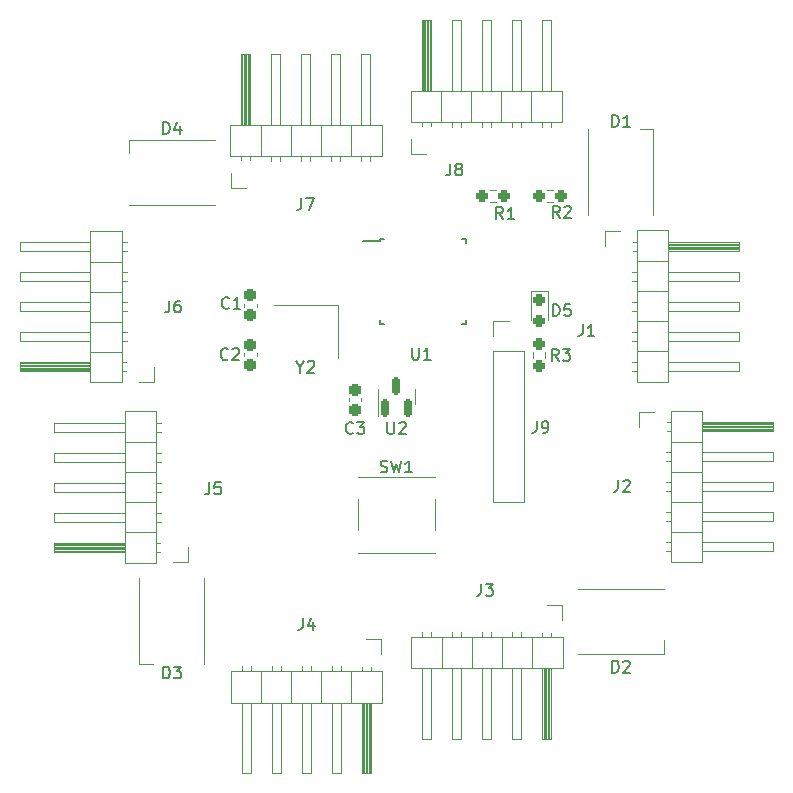
<source format=gto>
G04 #@! TF.GenerationSoftware,KiCad,Pcbnew,7.0.2-6a45011f42~172~ubuntu22.04.1*
G04 #@! TF.CreationDate,2023-05-08T10:08:59-04:00*
G04 #@! TF.ProjectId,v2,76322e6b-6963-4616-945f-706362585858,rev?*
G04 #@! TF.SameCoordinates,Original*
G04 #@! TF.FileFunction,Legend,Top*
G04 #@! TF.FilePolarity,Positive*
%FSLAX46Y46*%
G04 Gerber Fmt 4.6, Leading zero omitted, Abs format (unit mm)*
G04 Created by KiCad (PCBNEW 7.0.2-6a45011f42~172~ubuntu22.04.1) date 2023-05-08 10:08:59*
%MOMM*%
%LPD*%
G01*
G04 APERTURE LIST*
G04 Aperture macros list*
%AMRoundRect*
0 Rectangle with rounded corners*
0 $1 Rounding radius*
0 $2 $3 $4 $5 $6 $7 $8 $9 X,Y pos of 4 corners*
0 Add a 4 corners polygon primitive as box body*
4,1,4,$2,$3,$4,$5,$6,$7,$8,$9,$2,$3,0*
0 Add four circle primitives for the rounded corners*
1,1,$1+$1,$2,$3*
1,1,$1+$1,$4,$5*
1,1,$1+$1,$6,$7*
1,1,$1+$1,$8,$9*
0 Add four rect primitives between the rounded corners*
20,1,$1+$1,$2,$3,$4,$5,0*
20,1,$1+$1,$4,$5,$6,$7,0*
20,1,$1+$1,$6,$7,$8,$9,0*
20,1,$1+$1,$8,$9,$2,$3,0*%
G04 Aperture macros list end*
%ADD10C,0.150000*%
%ADD11C,0.120000*%
%ADD12RoundRect,0.237500X0.237500X-0.250000X0.237500X0.250000X-0.237500X0.250000X-0.237500X-0.250000X0*%
%ADD13RoundRect,0.237500X-0.237500X0.287500X-0.237500X-0.287500X0.237500X-0.287500X0.237500X0.287500X0*%
%ADD14RoundRect,0.237500X0.237500X-0.300000X0.237500X0.300000X-0.237500X0.300000X-0.237500X-0.300000X0*%
%ADD15RoundRect,0.150000X0.150000X-0.587500X0.150000X0.587500X-0.150000X0.587500X-0.150000X-0.587500X0*%
%ADD16R,1.550000X1.300000*%
%ADD17R,2.100000X1.800000*%
%ADD18R,1.500000X1.000000*%
%ADD19RoundRect,0.237500X-0.250000X-0.237500X0.250000X-0.237500X0.250000X0.237500X-0.250000X0.237500X0*%
%ADD20O,1.700000X1.700000*%
%ADD21R,1.700000X1.700000*%
%ADD22R,1.600000X0.550000*%
%ADD23R,0.550000X1.600000*%
%ADD24R,1.000000X1.500000*%
%ADD25RoundRect,0.237500X-0.237500X0.300000X-0.237500X-0.300000X0.237500X-0.300000X0.237500X0.300000X0*%
G04 APERTURE END LIST*
D10*
X113733333Y-96962619D02*
X113400000Y-96486428D01*
X113161905Y-96962619D02*
X113161905Y-95962619D01*
X113161905Y-95962619D02*
X113542857Y-95962619D01*
X113542857Y-95962619D02*
X113638095Y-96010238D01*
X113638095Y-96010238D02*
X113685714Y-96057857D01*
X113685714Y-96057857D02*
X113733333Y-96153095D01*
X113733333Y-96153095D02*
X113733333Y-96295952D01*
X113733333Y-96295952D02*
X113685714Y-96391190D01*
X113685714Y-96391190D02*
X113638095Y-96438809D01*
X113638095Y-96438809D02*
X113542857Y-96486428D01*
X113542857Y-96486428D02*
X113161905Y-96486428D01*
X114066667Y-95962619D02*
X114685714Y-95962619D01*
X114685714Y-95962619D02*
X114352381Y-96343571D01*
X114352381Y-96343571D02*
X114495238Y-96343571D01*
X114495238Y-96343571D02*
X114590476Y-96391190D01*
X114590476Y-96391190D02*
X114638095Y-96438809D01*
X114638095Y-96438809D02*
X114685714Y-96534047D01*
X114685714Y-96534047D02*
X114685714Y-96772142D01*
X114685714Y-96772142D02*
X114638095Y-96867380D01*
X114638095Y-96867380D02*
X114590476Y-96915000D01*
X114590476Y-96915000D02*
X114495238Y-96962619D01*
X114495238Y-96962619D02*
X114209524Y-96962619D01*
X114209524Y-96962619D02*
X114114286Y-96915000D01*
X114114286Y-96915000D02*
X114066667Y-96867380D01*
X113261905Y-93162619D02*
X113261905Y-92162619D01*
X113261905Y-92162619D02*
X113500000Y-92162619D01*
X113500000Y-92162619D02*
X113642857Y-92210238D01*
X113642857Y-92210238D02*
X113738095Y-92305476D01*
X113738095Y-92305476D02*
X113785714Y-92400714D01*
X113785714Y-92400714D02*
X113833333Y-92591190D01*
X113833333Y-92591190D02*
X113833333Y-92734047D01*
X113833333Y-92734047D02*
X113785714Y-92924523D01*
X113785714Y-92924523D02*
X113738095Y-93019761D01*
X113738095Y-93019761D02*
X113642857Y-93115000D01*
X113642857Y-93115000D02*
X113500000Y-93162619D01*
X113500000Y-93162619D02*
X113261905Y-93162619D01*
X114738095Y-92162619D02*
X114261905Y-92162619D01*
X114261905Y-92162619D02*
X114214286Y-92638809D01*
X114214286Y-92638809D02*
X114261905Y-92591190D01*
X114261905Y-92591190D02*
X114357143Y-92543571D01*
X114357143Y-92543571D02*
X114595238Y-92543571D01*
X114595238Y-92543571D02*
X114690476Y-92591190D01*
X114690476Y-92591190D02*
X114738095Y-92638809D01*
X114738095Y-92638809D02*
X114785714Y-92734047D01*
X114785714Y-92734047D02*
X114785714Y-92972142D01*
X114785714Y-92972142D02*
X114738095Y-93067380D01*
X114738095Y-93067380D02*
X114690476Y-93115000D01*
X114690476Y-93115000D02*
X114595238Y-93162619D01*
X114595238Y-93162619D02*
X114357143Y-93162619D01*
X114357143Y-93162619D02*
X114261905Y-93115000D01*
X114261905Y-93115000D02*
X114214286Y-93067380D01*
X96333333Y-103067380D02*
X96285714Y-103115000D01*
X96285714Y-103115000D02*
X96142857Y-103162619D01*
X96142857Y-103162619D02*
X96047619Y-103162619D01*
X96047619Y-103162619D02*
X95904762Y-103115000D01*
X95904762Y-103115000D02*
X95809524Y-103019761D01*
X95809524Y-103019761D02*
X95761905Y-102924523D01*
X95761905Y-102924523D02*
X95714286Y-102734047D01*
X95714286Y-102734047D02*
X95714286Y-102591190D01*
X95714286Y-102591190D02*
X95761905Y-102400714D01*
X95761905Y-102400714D02*
X95809524Y-102305476D01*
X95809524Y-102305476D02*
X95904762Y-102210238D01*
X95904762Y-102210238D02*
X96047619Y-102162619D01*
X96047619Y-102162619D02*
X96142857Y-102162619D01*
X96142857Y-102162619D02*
X96285714Y-102210238D01*
X96285714Y-102210238D02*
X96333333Y-102257857D01*
X96666667Y-102162619D02*
X97285714Y-102162619D01*
X97285714Y-102162619D02*
X96952381Y-102543571D01*
X96952381Y-102543571D02*
X97095238Y-102543571D01*
X97095238Y-102543571D02*
X97190476Y-102591190D01*
X97190476Y-102591190D02*
X97238095Y-102638809D01*
X97238095Y-102638809D02*
X97285714Y-102734047D01*
X97285714Y-102734047D02*
X97285714Y-102972142D01*
X97285714Y-102972142D02*
X97238095Y-103067380D01*
X97238095Y-103067380D02*
X97190476Y-103115000D01*
X97190476Y-103115000D02*
X97095238Y-103162619D01*
X97095238Y-103162619D02*
X96809524Y-103162619D01*
X96809524Y-103162619D02*
X96714286Y-103115000D01*
X96714286Y-103115000D02*
X96666667Y-103067380D01*
X99238095Y-102162619D02*
X99238095Y-102972142D01*
X99238095Y-102972142D02*
X99285714Y-103067380D01*
X99285714Y-103067380D02*
X99333333Y-103115000D01*
X99333333Y-103115000D02*
X99428571Y-103162619D01*
X99428571Y-103162619D02*
X99619047Y-103162619D01*
X99619047Y-103162619D02*
X99714285Y-103115000D01*
X99714285Y-103115000D02*
X99761904Y-103067380D01*
X99761904Y-103067380D02*
X99809523Y-102972142D01*
X99809523Y-102972142D02*
X99809523Y-102162619D01*
X100238095Y-102257857D02*
X100285714Y-102210238D01*
X100285714Y-102210238D02*
X100380952Y-102162619D01*
X100380952Y-102162619D02*
X100619047Y-102162619D01*
X100619047Y-102162619D02*
X100714285Y-102210238D01*
X100714285Y-102210238D02*
X100761904Y-102257857D01*
X100761904Y-102257857D02*
X100809523Y-102353095D01*
X100809523Y-102353095D02*
X100809523Y-102448333D01*
X100809523Y-102448333D02*
X100761904Y-102591190D01*
X100761904Y-102591190D02*
X100190476Y-103162619D01*
X100190476Y-103162619D02*
X100809523Y-103162619D01*
X98666667Y-106365000D02*
X98809524Y-106412619D01*
X98809524Y-106412619D02*
X99047619Y-106412619D01*
X99047619Y-106412619D02*
X99142857Y-106365000D01*
X99142857Y-106365000D02*
X99190476Y-106317380D01*
X99190476Y-106317380D02*
X99238095Y-106222142D01*
X99238095Y-106222142D02*
X99238095Y-106126904D01*
X99238095Y-106126904D02*
X99190476Y-106031666D01*
X99190476Y-106031666D02*
X99142857Y-105984047D01*
X99142857Y-105984047D02*
X99047619Y-105936428D01*
X99047619Y-105936428D02*
X98857143Y-105888809D01*
X98857143Y-105888809D02*
X98761905Y-105841190D01*
X98761905Y-105841190D02*
X98714286Y-105793571D01*
X98714286Y-105793571D02*
X98666667Y-105698333D01*
X98666667Y-105698333D02*
X98666667Y-105603095D01*
X98666667Y-105603095D02*
X98714286Y-105507857D01*
X98714286Y-105507857D02*
X98761905Y-105460238D01*
X98761905Y-105460238D02*
X98857143Y-105412619D01*
X98857143Y-105412619D02*
X99095238Y-105412619D01*
X99095238Y-105412619D02*
X99238095Y-105460238D01*
X99571429Y-105412619D02*
X99809524Y-106412619D01*
X99809524Y-106412619D02*
X100000000Y-105698333D01*
X100000000Y-105698333D02*
X100190476Y-106412619D01*
X100190476Y-106412619D02*
X100428572Y-105412619D01*
X101333333Y-106412619D02*
X100761905Y-106412619D01*
X101047619Y-106412619D02*
X101047619Y-105412619D01*
X101047619Y-105412619D02*
X100952381Y-105555476D01*
X100952381Y-105555476D02*
X100857143Y-105650714D01*
X100857143Y-105650714D02*
X100761905Y-105698333D01*
X91873809Y-97486428D02*
X91873809Y-97962619D01*
X91540476Y-96962619D02*
X91873809Y-97486428D01*
X91873809Y-97486428D02*
X92207142Y-96962619D01*
X92492857Y-97057857D02*
X92540476Y-97010238D01*
X92540476Y-97010238D02*
X92635714Y-96962619D01*
X92635714Y-96962619D02*
X92873809Y-96962619D01*
X92873809Y-96962619D02*
X92969047Y-97010238D01*
X92969047Y-97010238D02*
X93016666Y-97057857D01*
X93016666Y-97057857D02*
X93064285Y-97153095D01*
X93064285Y-97153095D02*
X93064285Y-97248333D01*
X93064285Y-97248333D02*
X93016666Y-97391190D01*
X93016666Y-97391190D02*
X92445238Y-97962619D01*
X92445238Y-97962619D02*
X93064285Y-97962619D01*
X80261905Y-77762619D02*
X80261905Y-76762619D01*
X80261905Y-76762619D02*
X80500000Y-76762619D01*
X80500000Y-76762619D02*
X80642857Y-76810238D01*
X80642857Y-76810238D02*
X80738095Y-76905476D01*
X80738095Y-76905476D02*
X80785714Y-77000714D01*
X80785714Y-77000714D02*
X80833333Y-77191190D01*
X80833333Y-77191190D02*
X80833333Y-77334047D01*
X80833333Y-77334047D02*
X80785714Y-77524523D01*
X80785714Y-77524523D02*
X80738095Y-77619761D01*
X80738095Y-77619761D02*
X80642857Y-77715000D01*
X80642857Y-77715000D02*
X80500000Y-77762619D01*
X80500000Y-77762619D02*
X80261905Y-77762619D01*
X81690476Y-77095952D02*
X81690476Y-77762619D01*
X81452381Y-76715000D02*
X81214286Y-77429285D01*
X81214286Y-77429285D02*
X81833333Y-77429285D01*
X109033333Y-84962619D02*
X108700000Y-84486428D01*
X108461905Y-84962619D02*
X108461905Y-83962619D01*
X108461905Y-83962619D02*
X108842857Y-83962619D01*
X108842857Y-83962619D02*
X108938095Y-84010238D01*
X108938095Y-84010238D02*
X108985714Y-84057857D01*
X108985714Y-84057857D02*
X109033333Y-84153095D01*
X109033333Y-84153095D02*
X109033333Y-84295952D01*
X109033333Y-84295952D02*
X108985714Y-84391190D01*
X108985714Y-84391190D02*
X108938095Y-84438809D01*
X108938095Y-84438809D02*
X108842857Y-84486428D01*
X108842857Y-84486428D02*
X108461905Y-84486428D01*
X109985714Y-84962619D02*
X109414286Y-84962619D01*
X109700000Y-84962619D02*
X109700000Y-83962619D01*
X109700000Y-83962619D02*
X109604762Y-84105476D01*
X109604762Y-84105476D02*
X109509524Y-84200714D01*
X109509524Y-84200714D02*
X109414286Y-84248333D01*
X92066666Y-118762619D02*
X92066666Y-119476904D01*
X92066666Y-119476904D02*
X92019047Y-119619761D01*
X92019047Y-119619761D02*
X91923809Y-119715000D01*
X91923809Y-119715000D02*
X91780952Y-119762619D01*
X91780952Y-119762619D02*
X91685714Y-119762619D01*
X92971428Y-119095952D02*
X92971428Y-119762619D01*
X92733333Y-118715000D02*
X92495238Y-119429285D01*
X92495238Y-119429285D02*
X93114285Y-119429285D01*
X101338095Y-95862619D02*
X101338095Y-96672142D01*
X101338095Y-96672142D02*
X101385714Y-96767380D01*
X101385714Y-96767380D02*
X101433333Y-96815000D01*
X101433333Y-96815000D02*
X101528571Y-96862619D01*
X101528571Y-96862619D02*
X101719047Y-96862619D01*
X101719047Y-96862619D02*
X101814285Y-96815000D01*
X101814285Y-96815000D02*
X101861904Y-96767380D01*
X101861904Y-96767380D02*
X101909523Y-96672142D01*
X101909523Y-96672142D02*
X101909523Y-95862619D01*
X102909523Y-96862619D02*
X102338095Y-96862619D01*
X102623809Y-96862619D02*
X102623809Y-95862619D01*
X102623809Y-95862619D02*
X102528571Y-96005476D01*
X102528571Y-96005476D02*
X102433333Y-96100714D01*
X102433333Y-96100714D02*
X102338095Y-96148333D01*
X111866666Y-102062619D02*
X111866666Y-102776904D01*
X111866666Y-102776904D02*
X111819047Y-102919761D01*
X111819047Y-102919761D02*
X111723809Y-103015000D01*
X111723809Y-103015000D02*
X111580952Y-103062619D01*
X111580952Y-103062619D02*
X111485714Y-103062619D01*
X112390476Y-103062619D02*
X112580952Y-103062619D01*
X112580952Y-103062619D02*
X112676190Y-103015000D01*
X112676190Y-103015000D02*
X112723809Y-102967380D01*
X112723809Y-102967380D02*
X112819047Y-102824523D01*
X112819047Y-102824523D02*
X112866666Y-102634047D01*
X112866666Y-102634047D02*
X112866666Y-102253095D01*
X112866666Y-102253095D02*
X112819047Y-102157857D01*
X112819047Y-102157857D02*
X112771428Y-102110238D01*
X112771428Y-102110238D02*
X112676190Y-102062619D01*
X112676190Y-102062619D02*
X112485714Y-102062619D01*
X112485714Y-102062619D02*
X112390476Y-102110238D01*
X112390476Y-102110238D02*
X112342857Y-102157857D01*
X112342857Y-102157857D02*
X112295238Y-102253095D01*
X112295238Y-102253095D02*
X112295238Y-102491190D01*
X112295238Y-102491190D02*
X112342857Y-102586428D01*
X112342857Y-102586428D02*
X112390476Y-102634047D01*
X112390476Y-102634047D02*
X112485714Y-102681666D01*
X112485714Y-102681666D02*
X112676190Y-102681666D01*
X112676190Y-102681666D02*
X112771428Y-102634047D01*
X112771428Y-102634047D02*
X112819047Y-102586428D01*
X112819047Y-102586428D02*
X112866666Y-102491190D01*
X118261905Y-77162619D02*
X118261905Y-76162619D01*
X118261905Y-76162619D02*
X118500000Y-76162619D01*
X118500000Y-76162619D02*
X118642857Y-76210238D01*
X118642857Y-76210238D02*
X118738095Y-76305476D01*
X118738095Y-76305476D02*
X118785714Y-76400714D01*
X118785714Y-76400714D02*
X118833333Y-76591190D01*
X118833333Y-76591190D02*
X118833333Y-76734047D01*
X118833333Y-76734047D02*
X118785714Y-76924523D01*
X118785714Y-76924523D02*
X118738095Y-77019761D01*
X118738095Y-77019761D02*
X118642857Y-77115000D01*
X118642857Y-77115000D02*
X118500000Y-77162619D01*
X118500000Y-77162619D02*
X118261905Y-77162619D01*
X119785714Y-77162619D02*
X119214286Y-77162619D01*
X119500000Y-77162619D02*
X119500000Y-76162619D01*
X119500000Y-76162619D02*
X119404762Y-76305476D01*
X119404762Y-76305476D02*
X119309524Y-76400714D01*
X119309524Y-76400714D02*
X119214286Y-76448333D01*
X104566666Y-80262619D02*
X104566666Y-80976904D01*
X104566666Y-80976904D02*
X104519047Y-81119761D01*
X104519047Y-81119761D02*
X104423809Y-81215000D01*
X104423809Y-81215000D02*
X104280952Y-81262619D01*
X104280952Y-81262619D02*
X104185714Y-81262619D01*
X105185714Y-80691190D02*
X105090476Y-80643571D01*
X105090476Y-80643571D02*
X105042857Y-80595952D01*
X105042857Y-80595952D02*
X104995238Y-80500714D01*
X104995238Y-80500714D02*
X104995238Y-80453095D01*
X104995238Y-80453095D02*
X105042857Y-80357857D01*
X105042857Y-80357857D02*
X105090476Y-80310238D01*
X105090476Y-80310238D02*
X105185714Y-80262619D01*
X105185714Y-80262619D02*
X105376190Y-80262619D01*
X105376190Y-80262619D02*
X105471428Y-80310238D01*
X105471428Y-80310238D02*
X105519047Y-80357857D01*
X105519047Y-80357857D02*
X105566666Y-80453095D01*
X105566666Y-80453095D02*
X105566666Y-80500714D01*
X105566666Y-80500714D02*
X105519047Y-80595952D01*
X105519047Y-80595952D02*
X105471428Y-80643571D01*
X105471428Y-80643571D02*
X105376190Y-80691190D01*
X105376190Y-80691190D02*
X105185714Y-80691190D01*
X105185714Y-80691190D02*
X105090476Y-80738809D01*
X105090476Y-80738809D02*
X105042857Y-80786428D01*
X105042857Y-80786428D02*
X104995238Y-80881666D01*
X104995238Y-80881666D02*
X104995238Y-81072142D01*
X104995238Y-81072142D02*
X105042857Y-81167380D01*
X105042857Y-81167380D02*
X105090476Y-81215000D01*
X105090476Y-81215000D02*
X105185714Y-81262619D01*
X105185714Y-81262619D02*
X105376190Y-81262619D01*
X105376190Y-81262619D02*
X105471428Y-81215000D01*
X105471428Y-81215000D02*
X105519047Y-81167380D01*
X105519047Y-81167380D02*
X105566666Y-81072142D01*
X105566666Y-81072142D02*
X105566666Y-80881666D01*
X105566666Y-80881666D02*
X105519047Y-80786428D01*
X105519047Y-80786428D02*
X105471428Y-80738809D01*
X105471428Y-80738809D02*
X105376190Y-80691190D01*
X85833333Y-92467380D02*
X85785714Y-92515000D01*
X85785714Y-92515000D02*
X85642857Y-92562619D01*
X85642857Y-92562619D02*
X85547619Y-92562619D01*
X85547619Y-92562619D02*
X85404762Y-92515000D01*
X85404762Y-92515000D02*
X85309524Y-92419761D01*
X85309524Y-92419761D02*
X85261905Y-92324523D01*
X85261905Y-92324523D02*
X85214286Y-92134047D01*
X85214286Y-92134047D02*
X85214286Y-91991190D01*
X85214286Y-91991190D02*
X85261905Y-91800714D01*
X85261905Y-91800714D02*
X85309524Y-91705476D01*
X85309524Y-91705476D02*
X85404762Y-91610238D01*
X85404762Y-91610238D02*
X85547619Y-91562619D01*
X85547619Y-91562619D02*
X85642857Y-91562619D01*
X85642857Y-91562619D02*
X85785714Y-91610238D01*
X85785714Y-91610238D02*
X85833333Y-91657857D01*
X86785714Y-92562619D02*
X86214286Y-92562619D01*
X86500000Y-92562619D02*
X86500000Y-91562619D01*
X86500000Y-91562619D02*
X86404762Y-91705476D01*
X86404762Y-91705476D02*
X86309524Y-91800714D01*
X86309524Y-91800714D02*
X86214286Y-91848333D01*
X118766666Y-107062619D02*
X118766666Y-107776904D01*
X118766666Y-107776904D02*
X118719047Y-107919761D01*
X118719047Y-107919761D02*
X118623809Y-108015000D01*
X118623809Y-108015000D02*
X118480952Y-108062619D01*
X118480952Y-108062619D02*
X118385714Y-108062619D01*
X119195238Y-107157857D02*
X119242857Y-107110238D01*
X119242857Y-107110238D02*
X119338095Y-107062619D01*
X119338095Y-107062619D02*
X119576190Y-107062619D01*
X119576190Y-107062619D02*
X119671428Y-107110238D01*
X119671428Y-107110238D02*
X119719047Y-107157857D01*
X119719047Y-107157857D02*
X119766666Y-107253095D01*
X119766666Y-107253095D02*
X119766666Y-107348333D01*
X119766666Y-107348333D02*
X119719047Y-107491190D01*
X119719047Y-107491190D02*
X119147619Y-108062619D01*
X119147619Y-108062619D02*
X119766666Y-108062619D01*
X84166666Y-107262619D02*
X84166666Y-107976904D01*
X84166666Y-107976904D02*
X84119047Y-108119761D01*
X84119047Y-108119761D02*
X84023809Y-108215000D01*
X84023809Y-108215000D02*
X83880952Y-108262619D01*
X83880952Y-108262619D02*
X83785714Y-108262619D01*
X85119047Y-107262619D02*
X84642857Y-107262619D01*
X84642857Y-107262619D02*
X84595238Y-107738809D01*
X84595238Y-107738809D02*
X84642857Y-107691190D01*
X84642857Y-107691190D02*
X84738095Y-107643571D01*
X84738095Y-107643571D02*
X84976190Y-107643571D01*
X84976190Y-107643571D02*
X85071428Y-107691190D01*
X85071428Y-107691190D02*
X85119047Y-107738809D01*
X85119047Y-107738809D02*
X85166666Y-107834047D01*
X85166666Y-107834047D02*
X85166666Y-108072142D01*
X85166666Y-108072142D02*
X85119047Y-108167380D01*
X85119047Y-108167380D02*
X85071428Y-108215000D01*
X85071428Y-108215000D02*
X84976190Y-108262619D01*
X84976190Y-108262619D02*
X84738095Y-108262619D01*
X84738095Y-108262619D02*
X84642857Y-108215000D01*
X84642857Y-108215000D02*
X84595238Y-108167380D01*
X113833333Y-84862619D02*
X113500000Y-84386428D01*
X113261905Y-84862619D02*
X113261905Y-83862619D01*
X113261905Y-83862619D02*
X113642857Y-83862619D01*
X113642857Y-83862619D02*
X113738095Y-83910238D01*
X113738095Y-83910238D02*
X113785714Y-83957857D01*
X113785714Y-83957857D02*
X113833333Y-84053095D01*
X113833333Y-84053095D02*
X113833333Y-84195952D01*
X113833333Y-84195952D02*
X113785714Y-84291190D01*
X113785714Y-84291190D02*
X113738095Y-84338809D01*
X113738095Y-84338809D02*
X113642857Y-84386428D01*
X113642857Y-84386428D02*
X113261905Y-84386428D01*
X114214286Y-83957857D02*
X114261905Y-83910238D01*
X114261905Y-83910238D02*
X114357143Y-83862619D01*
X114357143Y-83862619D02*
X114595238Y-83862619D01*
X114595238Y-83862619D02*
X114690476Y-83910238D01*
X114690476Y-83910238D02*
X114738095Y-83957857D01*
X114738095Y-83957857D02*
X114785714Y-84053095D01*
X114785714Y-84053095D02*
X114785714Y-84148333D01*
X114785714Y-84148333D02*
X114738095Y-84291190D01*
X114738095Y-84291190D02*
X114166667Y-84862619D01*
X114166667Y-84862619D02*
X114785714Y-84862619D01*
X118261905Y-123362619D02*
X118261905Y-122362619D01*
X118261905Y-122362619D02*
X118500000Y-122362619D01*
X118500000Y-122362619D02*
X118642857Y-122410238D01*
X118642857Y-122410238D02*
X118738095Y-122505476D01*
X118738095Y-122505476D02*
X118785714Y-122600714D01*
X118785714Y-122600714D02*
X118833333Y-122791190D01*
X118833333Y-122791190D02*
X118833333Y-122934047D01*
X118833333Y-122934047D02*
X118785714Y-123124523D01*
X118785714Y-123124523D02*
X118738095Y-123219761D01*
X118738095Y-123219761D02*
X118642857Y-123315000D01*
X118642857Y-123315000D02*
X118500000Y-123362619D01*
X118500000Y-123362619D02*
X118261905Y-123362619D01*
X119214286Y-122457857D02*
X119261905Y-122410238D01*
X119261905Y-122410238D02*
X119357143Y-122362619D01*
X119357143Y-122362619D02*
X119595238Y-122362619D01*
X119595238Y-122362619D02*
X119690476Y-122410238D01*
X119690476Y-122410238D02*
X119738095Y-122457857D01*
X119738095Y-122457857D02*
X119785714Y-122553095D01*
X119785714Y-122553095D02*
X119785714Y-122648333D01*
X119785714Y-122648333D02*
X119738095Y-122791190D01*
X119738095Y-122791190D02*
X119166667Y-123362619D01*
X119166667Y-123362619D02*
X119785714Y-123362619D01*
X80261905Y-123862619D02*
X80261905Y-122862619D01*
X80261905Y-122862619D02*
X80500000Y-122862619D01*
X80500000Y-122862619D02*
X80642857Y-122910238D01*
X80642857Y-122910238D02*
X80738095Y-123005476D01*
X80738095Y-123005476D02*
X80785714Y-123100714D01*
X80785714Y-123100714D02*
X80833333Y-123291190D01*
X80833333Y-123291190D02*
X80833333Y-123434047D01*
X80833333Y-123434047D02*
X80785714Y-123624523D01*
X80785714Y-123624523D02*
X80738095Y-123719761D01*
X80738095Y-123719761D02*
X80642857Y-123815000D01*
X80642857Y-123815000D02*
X80500000Y-123862619D01*
X80500000Y-123862619D02*
X80261905Y-123862619D01*
X81166667Y-122862619D02*
X81785714Y-122862619D01*
X81785714Y-122862619D02*
X81452381Y-123243571D01*
X81452381Y-123243571D02*
X81595238Y-123243571D01*
X81595238Y-123243571D02*
X81690476Y-123291190D01*
X81690476Y-123291190D02*
X81738095Y-123338809D01*
X81738095Y-123338809D02*
X81785714Y-123434047D01*
X81785714Y-123434047D02*
X81785714Y-123672142D01*
X81785714Y-123672142D02*
X81738095Y-123767380D01*
X81738095Y-123767380D02*
X81690476Y-123815000D01*
X81690476Y-123815000D02*
X81595238Y-123862619D01*
X81595238Y-123862619D02*
X81309524Y-123862619D01*
X81309524Y-123862619D02*
X81214286Y-123815000D01*
X81214286Y-123815000D02*
X81166667Y-123767380D01*
X115766666Y-93862619D02*
X115766666Y-94576904D01*
X115766666Y-94576904D02*
X115719047Y-94719761D01*
X115719047Y-94719761D02*
X115623809Y-94815000D01*
X115623809Y-94815000D02*
X115480952Y-94862619D01*
X115480952Y-94862619D02*
X115385714Y-94862619D01*
X116766666Y-94862619D02*
X116195238Y-94862619D01*
X116480952Y-94862619D02*
X116480952Y-93862619D01*
X116480952Y-93862619D02*
X116385714Y-94005476D01*
X116385714Y-94005476D02*
X116290476Y-94100714D01*
X116290476Y-94100714D02*
X116195238Y-94148333D01*
X80766666Y-91862619D02*
X80766666Y-92576904D01*
X80766666Y-92576904D02*
X80719047Y-92719761D01*
X80719047Y-92719761D02*
X80623809Y-92815000D01*
X80623809Y-92815000D02*
X80480952Y-92862619D01*
X80480952Y-92862619D02*
X80385714Y-92862619D01*
X81671428Y-91862619D02*
X81480952Y-91862619D01*
X81480952Y-91862619D02*
X81385714Y-91910238D01*
X81385714Y-91910238D02*
X81338095Y-91957857D01*
X81338095Y-91957857D02*
X81242857Y-92100714D01*
X81242857Y-92100714D02*
X81195238Y-92291190D01*
X81195238Y-92291190D02*
X81195238Y-92672142D01*
X81195238Y-92672142D02*
X81242857Y-92767380D01*
X81242857Y-92767380D02*
X81290476Y-92815000D01*
X81290476Y-92815000D02*
X81385714Y-92862619D01*
X81385714Y-92862619D02*
X81576190Y-92862619D01*
X81576190Y-92862619D02*
X81671428Y-92815000D01*
X81671428Y-92815000D02*
X81719047Y-92767380D01*
X81719047Y-92767380D02*
X81766666Y-92672142D01*
X81766666Y-92672142D02*
X81766666Y-92434047D01*
X81766666Y-92434047D02*
X81719047Y-92338809D01*
X81719047Y-92338809D02*
X81671428Y-92291190D01*
X81671428Y-92291190D02*
X81576190Y-92243571D01*
X81576190Y-92243571D02*
X81385714Y-92243571D01*
X81385714Y-92243571D02*
X81290476Y-92291190D01*
X81290476Y-92291190D02*
X81242857Y-92338809D01*
X81242857Y-92338809D02*
X81195238Y-92434047D01*
X91966666Y-83162619D02*
X91966666Y-83876904D01*
X91966666Y-83876904D02*
X91919047Y-84019761D01*
X91919047Y-84019761D02*
X91823809Y-84115000D01*
X91823809Y-84115000D02*
X91680952Y-84162619D01*
X91680952Y-84162619D02*
X91585714Y-84162619D01*
X92347619Y-83162619D02*
X93014285Y-83162619D01*
X93014285Y-83162619D02*
X92585714Y-84162619D01*
X107166666Y-115862619D02*
X107166666Y-116576904D01*
X107166666Y-116576904D02*
X107119047Y-116719761D01*
X107119047Y-116719761D02*
X107023809Y-116815000D01*
X107023809Y-116815000D02*
X106880952Y-116862619D01*
X106880952Y-116862619D02*
X106785714Y-116862619D01*
X107547619Y-115862619D02*
X108166666Y-115862619D01*
X108166666Y-115862619D02*
X107833333Y-116243571D01*
X107833333Y-116243571D02*
X107976190Y-116243571D01*
X107976190Y-116243571D02*
X108071428Y-116291190D01*
X108071428Y-116291190D02*
X108119047Y-116338809D01*
X108119047Y-116338809D02*
X108166666Y-116434047D01*
X108166666Y-116434047D02*
X108166666Y-116672142D01*
X108166666Y-116672142D02*
X108119047Y-116767380D01*
X108119047Y-116767380D02*
X108071428Y-116815000D01*
X108071428Y-116815000D02*
X107976190Y-116862619D01*
X107976190Y-116862619D02*
X107690476Y-116862619D01*
X107690476Y-116862619D02*
X107595238Y-116815000D01*
X107595238Y-116815000D02*
X107547619Y-116767380D01*
X85733333Y-96817380D02*
X85685714Y-96865000D01*
X85685714Y-96865000D02*
X85542857Y-96912619D01*
X85542857Y-96912619D02*
X85447619Y-96912619D01*
X85447619Y-96912619D02*
X85304762Y-96865000D01*
X85304762Y-96865000D02*
X85209524Y-96769761D01*
X85209524Y-96769761D02*
X85161905Y-96674523D01*
X85161905Y-96674523D02*
X85114286Y-96484047D01*
X85114286Y-96484047D02*
X85114286Y-96341190D01*
X85114286Y-96341190D02*
X85161905Y-96150714D01*
X85161905Y-96150714D02*
X85209524Y-96055476D01*
X85209524Y-96055476D02*
X85304762Y-95960238D01*
X85304762Y-95960238D02*
X85447619Y-95912619D01*
X85447619Y-95912619D02*
X85542857Y-95912619D01*
X85542857Y-95912619D02*
X85685714Y-95960238D01*
X85685714Y-95960238D02*
X85733333Y-96007857D01*
X86114286Y-96007857D02*
X86161905Y-95960238D01*
X86161905Y-95960238D02*
X86257143Y-95912619D01*
X86257143Y-95912619D02*
X86495238Y-95912619D01*
X86495238Y-95912619D02*
X86590476Y-95960238D01*
X86590476Y-95960238D02*
X86638095Y-96007857D01*
X86638095Y-96007857D02*
X86685714Y-96103095D01*
X86685714Y-96103095D02*
X86685714Y-96198333D01*
X86685714Y-96198333D02*
X86638095Y-96341190D01*
X86638095Y-96341190D02*
X86066667Y-96912619D01*
X86066667Y-96912619D02*
X86685714Y-96912619D01*
D11*
X111577500Y-96742224D02*
X111577500Y-96232776D01*
X112622500Y-96742224D02*
X112622500Y-96232776D01*
X112835000Y-91040000D02*
X111365000Y-91040000D01*
X111365000Y-91040000D02*
X111365000Y-93500000D01*
X112835000Y-93500000D02*
X112835000Y-91040000D01*
X95990000Y-100408767D02*
X95990000Y-100116233D01*
X97010000Y-100408767D02*
X97010000Y-100116233D01*
X98440000Y-100000000D02*
X98440000Y-99350000D01*
X101560000Y-100000000D02*
X101560000Y-99350000D01*
X98440000Y-100000000D02*
X98440000Y-101675000D01*
X101560000Y-100000000D02*
X101560000Y-100650000D01*
X96770000Y-113230000D02*
X103230000Y-113230000D01*
X96770000Y-106770000D02*
X103230000Y-106770000D01*
X103230000Y-113230000D02*
X103230000Y-113200000D01*
X103230000Y-108700000D02*
X103230000Y-111300000D01*
X103230000Y-106770000D02*
X103230000Y-106800000D01*
X96770000Y-106800000D02*
X96770000Y-106770000D01*
X96770000Y-113230000D02*
X96770000Y-113200000D01*
X96770000Y-108700000D02*
X96770000Y-111300000D01*
X95050000Y-92200000D02*
X89650000Y-92200000D01*
X95050000Y-96700000D02*
X95050000Y-92200000D01*
X84650000Y-83750000D02*
X77350000Y-83750000D01*
X84650000Y-78250000D02*
X77350000Y-78250000D01*
X77350000Y-78250000D02*
X77350000Y-79400000D01*
X107907776Y-82477500D02*
X108417224Y-82477500D01*
X107907776Y-83522500D02*
X108417224Y-83522500D01*
X86920000Y-131900000D02*
X86920000Y-125900000D01*
X87680000Y-131900000D02*
X86920000Y-131900000D01*
X89460000Y-131900000D02*
X89460000Y-125900000D01*
X90220000Y-131900000D02*
X89460000Y-131900000D01*
X92000000Y-131900000D02*
X92000000Y-125900000D01*
X92760000Y-131900000D02*
X92000000Y-131900000D01*
X94540000Y-131900000D02*
X94540000Y-125900000D01*
X95300000Y-131900000D02*
X94540000Y-131900000D01*
X97080000Y-131900000D02*
X97080000Y-125900000D01*
X97840000Y-131900000D02*
X97080000Y-131900000D01*
X85970000Y-125900000D02*
X98790000Y-125900000D01*
X87680000Y-125900000D02*
X87680000Y-131900000D01*
X90220000Y-125900000D02*
X90220000Y-131900000D01*
X92760000Y-125900000D02*
X92760000Y-131900000D01*
X95300000Y-125900000D02*
X95300000Y-131900000D01*
X97180000Y-125900000D02*
X97180000Y-131900000D01*
X97300000Y-125900000D02*
X97300000Y-131900000D01*
X97420000Y-125900000D02*
X97420000Y-131900000D01*
X97540000Y-125900000D02*
X97540000Y-131900000D01*
X97660000Y-125900000D02*
X97660000Y-131900000D01*
X97780000Y-125900000D02*
X97780000Y-131900000D01*
X97840000Y-125900000D02*
X97840000Y-131900000D01*
X98790000Y-125900000D02*
X98790000Y-123240000D01*
X85970000Y-123240000D02*
X85970000Y-125900000D01*
X88570000Y-123240000D02*
X88570000Y-125900000D01*
X91110000Y-123240000D02*
X91110000Y-125900000D01*
X93650000Y-123240000D02*
X93650000Y-125900000D01*
X96190000Y-123240000D02*
X96190000Y-125900000D01*
X98790000Y-123240000D02*
X85970000Y-123240000D01*
X97080000Y-122910000D02*
X97080000Y-123240000D01*
X97840000Y-122910000D02*
X97840000Y-123240000D01*
X86920000Y-122842929D02*
X86920000Y-123240000D01*
X87680000Y-122842929D02*
X87680000Y-123240000D01*
X89460000Y-122842929D02*
X89460000Y-123240000D01*
X90220000Y-122842929D02*
X90220000Y-123240000D01*
X92000000Y-122842929D02*
X92000000Y-123240000D01*
X92760000Y-122842929D02*
X92760000Y-123240000D01*
X94540000Y-122842929D02*
X94540000Y-123240000D01*
X95300000Y-122842929D02*
X95300000Y-123240000D01*
X97460000Y-120530000D02*
X98730000Y-120530000D01*
X98730000Y-120530000D02*
X98730000Y-121800000D01*
D10*
X98625000Y-86625000D02*
X98625000Y-86850000D01*
X98625000Y-86625000D02*
X98950000Y-86625000D01*
X98625000Y-86850000D02*
X97200000Y-86850000D01*
X98625000Y-93875000D02*
X98625000Y-93550000D01*
X98625000Y-93875000D02*
X98950000Y-93875000D01*
X105875000Y-86625000D02*
X105550000Y-86625000D01*
X105875000Y-86625000D02*
X105875000Y-86950000D01*
X105875000Y-93875000D02*
X105550000Y-93875000D01*
X105875000Y-93875000D02*
X105875000Y-93550000D01*
D11*
X110830000Y-96170000D02*
X110830000Y-108930000D01*
X108170000Y-108930000D02*
X110830000Y-108930000D01*
X108170000Y-96170000D02*
X110830000Y-96170000D01*
X108170000Y-96170000D02*
X108170000Y-108930000D01*
X108170000Y-94900000D02*
X108170000Y-93570000D01*
X108170000Y-93570000D02*
X109500000Y-93570000D01*
X116250000Y-84650000D02*
X116250000Y-77350000D01*
X121750000Y-84650000D02*
X121750000Y-77350000D01*
X121750000Y-77350000D02*
X120600000Y-77350000D01*
X101270000Y-79470000D02*
X101270000Y-78200000D01*
X102540000Y-79470000D02*
X101270000Y-79470000D01*
X104700000Y-77157071D02*
X104700000Y-76760000D01*
X105460000Y-77157071D02*
X105460000Y-76760000D01*
X107240000Y-77157071D02*
X107240000Y-76760000D01*
X108000000Y-77157071D02*
X108000000Y-76760000D01*
X109780000Y-77157071D02*
X109780000Y-76760000D01*
X110540000Y-77157071D02*
X110540000Y-76760000D01*
X112320000Y-77157071D02*
X112320000Y-76760000D01*
X113080000Y-77157071D02*
X113080000Y-76760000D01*
X102160000Y-77090000D02*
X102160000Y-76760000D01*
X102920000Y-77090000D02*
X102920000Y-76760000D01*
X101210000Y-76760000D02*
X114030000Y-76760000D01*
X103810000Y-76760000D02*
X103810000Y-74100000D01*
X106350000Y-76760000D02*
X106350000Y-74100000D01*
X108890000Y-76760000D02*
X108890000Y-74100000D01*
X111430000Y-76760000D02*
X111430000Y-74100000D01*
X114030000Y-76760000D02*
X114030000Y-74100000D01*
X101210000Y-74100000D02*
X101210000Y-76760000D01*
X102160000Y-74100000D02*
X102160000Y-68100000D01*
X102220000Y-74100000D02*
X102220000Y-68100000D01*
X102340000Y-74100000D02*
X102340000Y-68100000D01*
X102460000Y-74100000D02*
X102460000Y-68100000D01*
X102580000Y-74100000D02*
X102580000Y-68100000D01*
X102700000Y-74100000D02*
X102700000Y-68100000D01*
X102820000Y-74100000D02*
X102820000Y-68100000D01*
X104700000Y-74100000D02*
X104700000Y-68100000D01*
X107240000Y-74100000D02*
X107240000Y-68100000D01*
X109780000Y-74100000D02*
X109780000Y-68100000D01*
X112320000Y-74100000D02*
X112320000Y-68100000D01*
X114030000Y-74100000D02*
X101210000Y-74100000D01*
X102160000Y-68100000D02*
X102920000Y-68100000D01*
X102920000Y-68100000D02*
X102920000Y-74100000D01*
X104700000Y-68100000D02*
X105460000Y-68100000D01*
X105460000Y-68100000D02*
X105460000Y-74100000D01*
X107240000Y-68100000D02*
X108000000Y-68100000D01*
X108000000Y-68100000D02*
X108000000Y-74100000D01*
X109780000Y-68100000D02*
X110540000Y-68100000D01*
X110540000Y-68100000D02*
X110540000Y-74100000D01*
X112320000Y-68100000D02*
X113080000Y-68100000D01*
X113080000Y-68100000D02*
X113080000Y-74100000D01*
X88160000Y-92116233D02*
X88160000Y-92408767D01*
X87140000Y-92116233D02*
X87140000Y-92408767D01*
X131900000Y-113080000D02*
X125900000Y-113080000D01*
X131900000Y-112320000D02*
X131900000Y-113080000D01*
X131900000Y-110540000D02*
X125900000Y-110540000D01*
X131900000Y-109780000D02*
X131900000Y-110540000D01*
X131900000Y-108000000D02*
X125900000Y-108000000D01*
X131900000Y-107240000D02*
X131900000Y-108000000D01*
X131900000Y-105460000D02*
X125900000Y-105460000D01*
X131900000Y-104700000D02*
X131900000Y-105460000D01*
X131900000Y-102920000D02*
X125900000Y-102920000D01*
X131900000Y-102160000D02*
X131900000Y-102920000D01*
X125900000Y-114030000D02*
X125900000Y-101210000D01*
X125900000Y-112320000D02*
X131900000Y-112320000D01*
X125900000Y-109780000D02*
X131900000Y-109780000D01*
X125900000Y-107240000D02*
X131900000Y-107240000D01*
X125900000Y-104700000D02*
X131900000Y-104700000D01*
X125900000Y-102820000D02*
X131900000Y-102820000D01*
X125900000Y-102700000D02*
X131900000Y-102700000D01*
X125900000Y-102580000D02*
X131900000Y-102580000D01*
X125900000Y-102460000D02*
X131900000Y-102460000D01*
X125900000Y-102340000D02*
X131900000Y-102340000D01*
X125900000Y-102220000D02*
X131900000Y-102220000D01*
X125900000Y-102160000D02*
X131900000Y-102160000D01*
X125900000Y-101210000D02*
X123240000Y-101210000D01*
X123240000Y-114030000D02*
X125900000Y-114030000D01*
X123240000Y-111430000D02*
X125900000Y-111430000D01*
X123240000Y-108890000D02*
X125900000Y-108890000D01*
X123240000Y-106350000D02*
X125900000Y-106350000D01*
X123240000Y-103810000D02*
X125900000Y-103810000D01*
X123240000Y-101210000D02*
X123240000Y-114030000D01*
X122910000Y-102920000D02*
X123240000Y-102920000D01*
X122910000Y-102160000D02*
X123240000Y-102160000D01*
X122842929Y-113080000D02*
X123240000Y-113080000D01*
X122842929Y-112320000D02*
X123240000Y-112320000D01*
X122842929Y-110540000D02*
X123240000Y-110540000D01*
X122842929Y-109780000D02*
X123240000Y-109780000D01*
X122842929Y-108000000D02*
X123240000Y-108000000D01*
X122842929Y-107240000D02*
X123240000Y-107240000D01*
X122842929Y-105460000D02*
X123240000Y-105460000D01*
X122842929Y-104700000D02*
X123240000Y-104700000D01*
X120530000Y-102540000D02*
X120530000Y-101270000D01*
X120530000Y-101270000D02*
X121800000Y-101270000D01*
X82370000Y-114010000D02*
X81100000Y-114010000D01*
X82370000Y-112740000D02*
X82370000Y-114010000D01*
X80057071Y-110580000D02*
X79660000Y-110580000D01*
X80057071Y-109820000D02*
X79660000Y-109820000D01*
X80057071Y-108040000D02*
X79660000Y-108040000D01*
X80057071Y-107280000D02*
X79660000Y-107280000D01*
X80057071Y-105500000D02*
X79660000Y-105500000D01*
X80057071Y-104740000D02*
X79660000Y-104740000D01*
X80057071Y-102960000D02*
X79660000Y-102960000D01*
X80057071Y-102200000D02*
X79660000Y-102200000D01*
X79990000Y-113120000D02*
X79660000Y-113120000D01*
X79990000Y-112360000D02*
X79660000Y-112360000D01*
X79660000Y-114070000D02*
X79660000Y-101250000D01*
X79660000Y-111470000D02*
X77000000Y-111470000D01*
X79660000Y-108930000D02*
X77000000Y-108930000D01*
X79660000Y-106390000D02*
X77000000Y-106390000D01*
X79660000Y-103850000D02*
X77000000Y-103850000D01*
X79660000Y-101250000D02*
X77000000Y-101250000D01*
X77000000Y-114070000D02*
X79660000Y-114070000D01*
X77000000Y-113120000D02*
X71000000Y-113120000D01*
X77000000Y-113060000D02*
X71000000Y-113060000D01*
X77000000Y-112940000D02*
X71000000Y-112940000D01*
X77000000Y-112820000D02*
X71000000Y-112820000D01*
X77000000Y-112700000D02*
X71000000Y-112700000D01*
X77000000Y-112580000D02*
X71000000Y-112580000D01*
X77000000Y-112460000D02*
X71000000Y-112460000D01*
X77000000Y-110580000D02*
X71000000Y-110580000D01*
X77000000Y-108040000D02*
X71000000Y-108040000D01*
X77000000Y-105500000D02*
X71000000Y-105500000D01*
X77000000Y-102960000D02*
X71000000Y-102960000D01*
X77000000Y-101250000D02*
X77000000Y-114070000D01*
X71000000Y-113120000D02*
X71000000Y-112360000D01*
X71000000Y-112360000D02*
X77000000Y-112360000D01*
X71000000Y-110580000D02*
X71000000Y-109820000D01*
X71000000Y-109820000D02*
X77000000Y-109820000D01*
X71000000Y-108040000D02*
X71000000Y-107280000D01*
X71000000Y-107280000D02*
X77000000Y-107280000D01*
X71000000Y-105500000D02*
X71000000Y-104740000D01*
X71000000Y-104740000D02*
X77000000Y-104740000D01*
X71000000Y-102960000D02*
X71000000Y-102200000D01*
X71000000Y-102200000D02*
X77000000Y-102200000D01*
X112745276Y-82477500D02*
X113254724Y-82477500D01*
X112745276Y-83522500D02*
X113254724Y-83522500D01*
X115350000Y-116250000D02*
X122650000Y-116250000D01*
X115350000Y-121750000D02*
X122650000Y-121750000D01*
X122650000Y-121750000D02*
X122650000Y-120600000D01*
X83750000Y-115350000D02*
X83750000Y-122650000D01*
X78250000Y-115350000D02*
X78250000Y-122650000D01*
X78250000Y-122650000D02*
X79400000Y-122650000D01*
X117630000Y-85990000D02*
X118900000Y-85990000D01*
X117630000Y-87260000D02*
X117630000Y-85990000D01*
X119942929Y-89420000D02*
X120340000Y-89420000D01*
X119942929Y-90180000D02*
X120340000Y-90180000D01*
X119942929Y-91960000D02*
X120340000Y-91960000D01*
X119942929Y-92720000D02*
X120340000Y-92720000D01*
X119942929Y-94500000D02*
X120340000Y-94500000D01*
X119942929Y-95260000D02*
X120340000Y-95260000D01*
X119942929Y-97040000D02*
X120340000Y-97040000D01*
X119942929Y-97800000D02*
X120340000Y-97800000D01*
X120010000Y-86880000D02*
X120340000Y-86880000D01*
X120010000Y-87640000D02*
X120340000Y-87640000D01*
X120340000Y-85930000D02*
X120340000Y-98750000D01*
X120340000Y-88530000D02*
X123000000Y-88530000D01*
X120340000Y-91070000D02*
X123000000Y-91070000D01*
X120340000Y-93610000D02*
X123000000Y-93610000D01*
X120340000Y-96150000D02*
X123000000Y-96150000D01*
X120340000Y-98750000D02*
X123000000Y-98750000D01*
X123000000Y-85930000D02*
X120340000Y-85930000D01*
X123000000Y-86880000D02*
X129000000Y-86880000D01*
X123000000Y-86940000D02*
X129000000Y-86940000D01*
X123000000Y-87060000D02*
X129000000Y-87060000D01*
X123000000Y-87180000D02*
X129000000Y-87180000D01*
X123000000Y-87300000D02*
X129000000Y-87300000D01*
X123000000Y-87420000D02*
X129000000Y-87420000D01*
X123000000Y-87540000D02*
X129000000Y-87540000D01*
X123000000Y-89420000D02*
X129000000Y-89420000D01*
X123000000Y-91960000D02*
X129000000Y-91960000D01*
X123000000Y-94500000D02*
X129000000Y-94500000D01*
X123000000Y-97040000D02*
X129000000Y-97040000D01*
X123000000Y-98750000D02*
X123000000Y-85930000D01*
X129000000Y-86880000D02*
X129000000Y-87640000D01*
X129000000Y-87640000D02*
X123000000Y-87640000D01*
X129000000Y-89420000D02*
X129000000Y-90180000D01*
X129000000Y-90180000D02*
X123000000Y-90180000D01*
X129000000Y-91960000D02*
X129000000Y-92720000D01*
X129000000Y-92720000D02*
X123000000Y-92720000D01*
X129000000Y-94500000D02*
X129000000Y-95260000D01*
X129000000Y-95260000D02*
X123000000Y-95260000D01*
X129000000Y-97040000D02*
X129000000Y-97800000D01*
X129000000Y-97800000D02*
X123000000Y-97800000D01*
X68100000Y-86920000D02*
X74100000Y-86920000D01*
X68100000Y-87680000D02*
X68100000Y-86920000D01*
X68100000Y-89460000D02*
X74100000Y-89460000D01*
X68100000Y-90220000D02*
X68100000Y-89460000D01*
X68100000Y-92000000D02*
X74100000Y-92000000D01*
X68100000Y-92760000D02*
X68100000Y-92000000D01*
X68100000Y-94540000D02*
X74100000Y-94540000D01*
X68100000Y-95300000D02*
X68100000Y-94540000D01*
X68100000Y-97080000D02*
X74100000Y-97080000D01*
X68100000Y-97840000D02*
X68100000Y-97080000D01*
X74100000Y-85970000D02*
X74100000Y-98790000D01*
X74100000Y-87680000D02*
X68100000Y-87680000D01*
X74100000Y-90220000D02*
X68100000Y-90220000D01*
X74100000Y-92760000D02*
X68100000Y-92760000D01*
X74100000Y-95300000D02*
X68100000Y-95300000D01*
X74100000Y-97180000D02*
X68100000Y-97180000D01*
X74100000Y-97300000D02*
X68100000Y-97300000D01*
X74100000Y-97420000D02*
X68100000Y-97420000D01*
X74100000Y-97540000D02*
X68100000Y-97540000D01*
X74100000Y-97660000D02*
X68100000Y-97660000D01*
X74100000Y-97780000D02*
X68100000Y-97780000D01*
X74100000Y-97840000D02*
X68100000Y-97840000D01*
X74100000Y-98790000D02*
X76760000Y-98790000D01*
X76760000Y-85970000D02*
X74100000Y-85970000D01*
X76760000Y-88570000D02*
X74100000Y-88570000D01*
X76760000Y-91110000D02*
X74100000Y-91110000D01*
X76760000Y-93650000D02*
X74100000Y-93650000D01*
X76760000Y-96190000D02*
X74100000Y-96190000D01*
X76760000Y-98790000D02*
X76760000Y-85970000D01*
X77090000Y-97080000D02*
X76760000Y-97080000D01*
X77090000Y-97840000D02*
X76760000Y-97840000D01*
X77157071Y-86920000D02*
X76760000Y-86920000D01*
X77157071Y-87680000D02*
X76760000Y-87680000D01*
X77157071Y-89460000D02*
X76760000Y-89460000D01*
X77157071Y-90220000D02*
X76760000Y-90220000D01*
X77157071Y-92000000D02*
X76760000Y-92000000D01*
X77157071Y-92760000D02*
X76760000Y-92760000D01*
X77157071Y-94540000D02*
X76760000Y-94540000D01*
X77157071Y-95300000D02*
X76760000Y-95300000D01*
X79470000Y-97460000D02*
X79470000Y-98730000D01*
X79470000Y-98730000D02*
X78200000Y-98730000D01*
X85990000Y-82370000D02*
X85990000Y-81100000D01*
X87260000Y-82370000D02*
X85990000Y-82370000D01*
X89420000Y-80057071D02*
X89420000Y-79660000D01*
X90180000Y-80057071D02*
X90180000Y-79660000D01*
X91960000Y-80057071D02*
X91960000Y-79660000D01*
X92720000Y-80057071D02*
X92720000Y-79660000D01*
X94500000Y-80057071D02*
X94500000Y-79660000D01*
X95260000Y-80057071D02*
X95260000Y-79660000D01*
X97040000Y-80057071D02*
X97040000Y-79660000D01*
X97800000Y-80057071D02*
X97800000Y-79660000D01*
X86880000Y-79990000D02*
X86880000Y-79660000D01*
X87640000Y-79990000D02*
X87640000Y-79660000D01*
X85930000Y-79660000D02*
X98750000Y-79660000D01*
X88530000Y-79660000D02*
X88530000Y-77000000D01*
X91070000Y-79660000D02*
X91070000Y-77000000D01*
X93610000Y-79660000D02*
X93610000Y-77000000D01*
X96150000Y-79660000D02*
X96150000Y-77000000D01*
X98750000Y-79660000D02*
X98750000Y-77000000D01*
X85930000Y-77000000D02*
X85930000Y-79660000D01*
X86880000Y-77000000D02*
X86880000Y-71000000D01*
X86940000Y-77000000D02*
X86940000Y-71000000D01*
X87060000Y-77000000D02*
X87060000Y-71000000D01*
X87180000Y-77000000D02*
X87180000Y-71000000D01*
X87300000Y-77000000D02*
X87300000Y-71000000D01*
X87420000Y-77000000D02*
X87420000Y-71000000D01*
X87540000Y-77000000D02*
X87540000Y-71000000D01*
X89420000Y-77000000D02*
X89420000Y-71000000D01*
X91960000Y-77000000D02*
X91960000Y-71000000D01*
X94500000Y-77000000D02*
X94500000Y-71000000D01*
X97040000Y-77000000D02*
X97040000Y-71000000D01*
X98750000Y-77000000D02*
X85930000Y-77000000D01*
X86880000Y-71000000D02*
X87640000Y-71000000D01*
X87640000Y-71000000D02*
X87640000Y-77000000D01*
X89420000Y-71000000D02*
X90180000Y-71000000D01*
X90180000Y-71000000D02*
X90180000Y-77000000D01*
X91960000Y-71000000D02*
X92720000Y-71000000D01*
X92720000Y-71000000D02*
X92720000Y-77000000D01*
X94500000Y-71000000D02*
X95260000Y-71000000D01*
X95260000Y-71000000D02*
X95260000Y-77000000D01*
X97040000Y-71000000D02*
X97800000Y-71000000D01*
X97800000Y-71000000D02*
X97800000Y-77000000D01*
X102200000Y-129000000D02*
X102200000Y-123000000D01*
X102960000Y-129000000D02*
X102200000Y-129000000D01*
X104740000Y-129000000D02*
X104740000Y-123000000D01*
X105500000Y-129000000D02*
X104740000Y-129000000D01*
X107280000Y-129000000D02*
X107280000Y-123000000D01*
X108040000Y-129000000D02*
X107280000Y-129000000D01*
X109820000Y-129000000D02*
X109820000Y-123000000D01*
X110580000Y-129000000D02*
X109820000Y-129000000D01*
X112360000Y-129000000D02*
X112360000Y-123000000D01*
X113120000Y-129000000D02*
X112360000Y-129000000D01*
X101250000Y-123000000D02*
X114070000Y-123000000D01*
X102960000Y-123000000D02*
X102960000Y-129000000D01*
X105500000Y-123000000D02*
X105500000Y-129000000D01*
X108040000Y-123000000D02*
X108040000Y-129000000D01*
X110580000Y-123000000D02*
X110580000Y-129000000D01*
X112460000Y-123000000D02*
X112460000Y-129000000D01*
X112580000Y-123000000D02*
X112580000Y-129000000D01*
X112700000Y-123000000D02*
X112700000Y-129000000D01*
X112820000Y-123000000D02*
X112820000Y-129000000D01*
X112940000Y-123000000D02*
X112940000Y-129000000D01*
X113060000Y-123000000D02*
X113060000Y-129000000D01*
X113120000Y-123000000D02*
X113120000Y-129000000D01*
X114070000Y-123000000D02*
X114070000Y-120340000D01*
X101250000Y-120340000D02*
X101250000Y-123000000D01*
X103850000Y-120340000D02*
X103850000Y-123000000D01*
X106390000Y-120340000D02*
X106390000Y-123000000D01*
X108930000Y-120340000D02*
X108930000Y-123000000D01*
X111470000Y-120340000D02*
X111470000Y-123000000D01*
X114070000Y-120340000D02*
X101250000Y-120340000D01*
X112360000Y-120010000D02*
X112360000Y-120340000D01*
X113120000Y-120010000D02*
X113120000Y-120340000D01*
X102200000Y-119942929D02*
X102200000Y-120340000D01*
X102960000Y-119942929D02*
X102960000Y-120340000D01*
X104740000Y-119942929D02*
X104740000Y-120340000D01*
X105500000Y-119942929D02*
X105500000Y-120340000D01*
X107280000Y-119942929D02*
X107280000Y-120340000D01*
X108040000Y-119942929D02*
X108040000Y-120340000D01*
X109820000Y-119942929D02*
X109820000Y-120340000D01*
X110580000Y-119942929D02*
X110580000Y-120340000D01*
X112740000Y-117630000D02*
X114010000Y-117630000D01*
X114010000Y-117630000D02*
X114010000Y-118900000D01*
X88160000Y-96303733D02*
X88160000Y-96596267D01*
X87140000Y-96303733D02*
X87140000Y-96596267D01*
%LPC*%
D12*
X112100000Y-97400000D03*
X112100000Y-95575000D03*
D13*
X112100000Y-93575000D03*
X112100000Y-91825000D03*
D14*
X96500000Y-101125000D03*
X96500000Y-99400000D03*
D15*
X99050000Y-100937500D03*
X100950000Y-100937500D03*
X100000000Y-99062500D03*
D16*
X96020000Y-107750000D03*
X103980000Y-107750000D03*
X96020000Y-112250000D03*
X103980000Y-112250000D03*
D17*
X93800000Y-93300000D03*
X90900000Y-93300000D03*
X90900000Y-95600000D03*
X93800000Y-95600000D03*
D18*
X78550000Y-79400000D03*
X78550000Y-82600000D03*
X83450000Y-82600000D03*
X83450000Y-79400000D03*
D19*
X107250000Y-83000000D03*
X109075000Y-83000000D03*
D20*
X87300000Y-121800000D03*
X89840000Y-121800000D03*
X92380000Y-121800000D03*
X94920000Y-121800000D03*
D21*
X97460000Y-121800000D03*
D22*
X98000000Y-87450000D03*
X98000000Y-88250000D03*
X98000000Y-89050000D03*
X98000000Y-89850000D03*
X98000000Y-90650000D03*
X98000000Y-91450000D03*
X98000000Y-92250000D03*
X98000000Y-93050000D03*
D23*
X99450000Y-94500000D03*
X100250000Y-94500000D03*
X101050000Y-94500000D03*
X101850000Y-94500000D03*
X102650000Y-94500000D03*
X103450000Y-94500000D03*
X104250000Y-94500000D03*
X105050000Y-94500000D03*
D22*
X106500000Y-93050000D03*
X106500000Y-92250000D03*
X106500000Y-91450000D03*
X106500000Y-90650000D03*
X106500000Y-89850000D03*
X106500000Y-89050000D03*
X106500000Y-88250000D03*
X106500000Y-87450000D03*
D23*
X105050000Y-86000000D03*
X104250000Y-86000000D03*
X103450000Y-86000000D03*
X102650000Y-86000000D03*
X101850000Y-86000000D03*
X101050000Y-86000000D03*
X100250000Y-86000000D03*
X99450000Y-86000000D03*
D20*
X109500000Y-107600000D03*
X109500000Y-105060000D03*
X109500000Y-102520000D03*
X109500000Y-99980000D03*
X109500000Y-97440000D03*
D21*
X109500000Y-94900000D03*
D24*
X120600000Y-78550000D03*
X117400000Y-78550000D03*
X117400000Y-83450000D03*
X120600000Y-83450000D03*
D21*
X102540000Y-78200000D03*
D20*
X105080000Y-78200000D03*
X107620000Y-78200000D03*
X110160000Y-78200000D03*
X112700000Y-78200000D03*
D25*
X87650000Y-91400000D03*
X87650000Y-93125000D03*
D20*
X121800000Y-112700000D03*
X121800000Y-110160000D03*
X121800000Y-107620000D03*
X121800000Y-105080000D03*
D21*
X121800000Y-102540000D03*
X81100000Y-112740000D03*
D20*
X81100000Y-110200000D03*
X81100000Y-107660000D03*
X81100000Y-105120000D03*
X81100000Y-102580000D03*
D19*
X112087500Y-83000000D03*
X113912500Y-83000000D03*
D18*
X121450000Y-120600000D03*
X121450000Y-117400000D03*
X116550000Y-117400000D03*
X116550000Y-120600000D03*
D24*
X79400000Y-121450000D03*
X82600000Y-121450000D03*
X82600000Y-116550000D03*
X79400000Y-116550000D03*
D21*
X118900000Y-87260000D03*
D20*
X118900000Y-89800000D03*
X118900000Y-92340000D03*
X118900000Y-94880000D03*
X118900000Y-97420000D03*
X78200000Y-87300000D03*
X78200000Y-89840000D03*
X78200000Y-92380000D03*
X78200000Y-94920000D03*
D21*
X78200000Y-97460000D03*
X87260000Y-81100000D03*
D20*
X89800000Y-81100000D03*
X92340000Y-81100000D03*
X94880000Y-81100000D03*
X97420000Y-81100000D03*
X102580000Y-118900000D03*
X105120000Y-118900000D03*
X107660000Y-118900000D03*
X110200000Y-118900000D03*
D21*
X112740000Y-118900000D03*
D25*
X87650000Y-95587500D03*
X87650000Y-97312500D03*
%LPD*%
M02*

</source>
